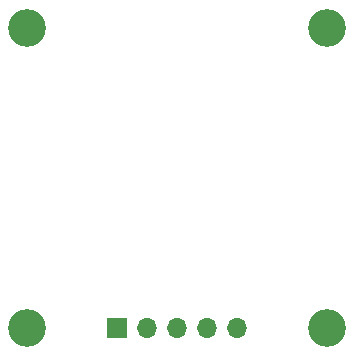
<source format=gbr>
%TF.GenerationSoftware,KiCad,Pcbnew,(5.99.0-3341-g150dc429c)*%
%TF.CreationDate,2020-09-14T09:08:56+02:00*%
%TF.ProjectId,loadCell,6c6f6164-4365-46c6-9c2e-6b696361645f,rev?*%
%TF.SameCoordinates,Original*%
%TF.FileFunction,Soldermask,Bot*%
%TF.FilePolarity,Negative*%
%FSLAX46Y46*%
G04 Gerber Fmt 4.6, Leading zero omitted, Abs format (unit mm)*
G04 Created by KiCad (PCBNEW (5.99.0-3341-g150dc429c)) date 2020-09-14 09:08:56*
%MOMM*%
%LPD*%
G01*
G04 APERTURE LIST*
%ADD10O,1.700000X1.700000*%
%ADD11R,1.700000X1.700000*%
%ADD12C,3.200000*%
G04 APERTURE END LIST*
D10*
%TO.C,J4*%
X132080000Y-63500000D03*
X129540000Y-63500000D03*
X127000000Y-63500000D03*
X124460000Y-63500000D03*
D11*
X121920000Y-63500000D03*
%TD*%
D12*
%TO.C,H4*%
X139700000Y-38100000D03*
%TD*%
%TO.C,H3*%
X139700000Y-63500000D03*
%TD*%
%TO.C,H2*%
X114300000Y-38100000D03*
%TD*%
%TO.C,H1*%
X114300000Y-63500000D03*
%TD*%
M02*

</source>
